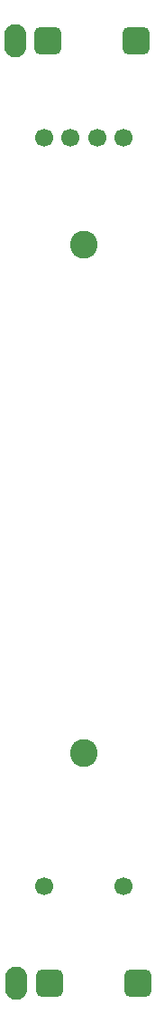
<source format=gbr>
%TF.GenerationSoftware,KiCad,Pcbnew,8.0.0*%
%TF.CreationDate,2024-03-24T11:12:39+01:00*%
%TF.ProjectId,Vader_Fader,56616465-725f-4466-9164-65722e6b6963,rev?*%
%TF.SameCoordinates,Original*%
%TF.FileFunction,Soldermask,Top*%
%TF.FilePolarity,Negative*%
%FSLAX46Y46*%
G04 Gerber Fmt 4.6, Leading zero omitted, Abs format (unit mm)*
G04 Created by KiCad (PCBNEW 8.0.0) date 2024-03-24 11:12:39*
%MOMM*%
%LPD*%
G01*
G04 APERTURE LIST*
G04 Aperture macros list*
%AMRoundRect*
0 Rectangle with rounded corners*
0 $1 Rounding radius*
0 $2 $3 $4 $5 $6 $7 $8 $9 X,Y pos of 4 corners*
0 Add a 4 corners polygon primitive as box body*
4,1,4,$2,$3,$4,$5,$6,$7,$8,$9,$2,$3,0*
0 Add four circle primitives for the rounded corners*
1,1,$1+$1,$2,$3*
1,1,$1+$1,$4,$5*
1,1,$1+$1,$6,$7*
1,1,$1+$1,$8,$9*
0 Add four rect primitives between the rounded corners*
20,1,$1+$1,$2,$3,$4,$5,0*
20,1,$1+$1,$4,$5,$6,$7,0*
20,1,$1+$1,$6,$7,$8,$9,0*
20,1,$1+$1,$8,$9,$2,$3,0*%
G04 Aperture macros list end*
%ADD10RoundRect,0.650000X-0.650000X0.650000X-0.650000X-0.650000X0.650000X-0.650000X0.650000X0.650000X0*%
%ADD11O,2.100000X3.100000*%
%ADD12C,2.600000*%
%ADD13C,1.700000*%
G04 APERTURE END LIST*
D10*
%TO.C,In1*%
X97785000Y-127000000D03*
D11*
X94685000Y-127000000D03*
D10*
X106085000Y-127000000D03*
%TD*%
%TO.C,Out1*%
X97620000Y-39000000D03*
D11*
X94520000Y-39000000D03*
D10*
X105920000Y-39000000D03*
%TD*%
D12*
%TO.C,RV1*%
X101000000Y-58000000D03*
X101000000Y-105500000D03*
D13*
X97250000Y-48000000D03*
X99750000Y-48000000D03*
X97250000Y-118000000D03*
X102250000Y-48000000D03*
X104750000Y-48000000D03*
X104750000Y-118000000D03*
%TD*%
M02*

</source>
